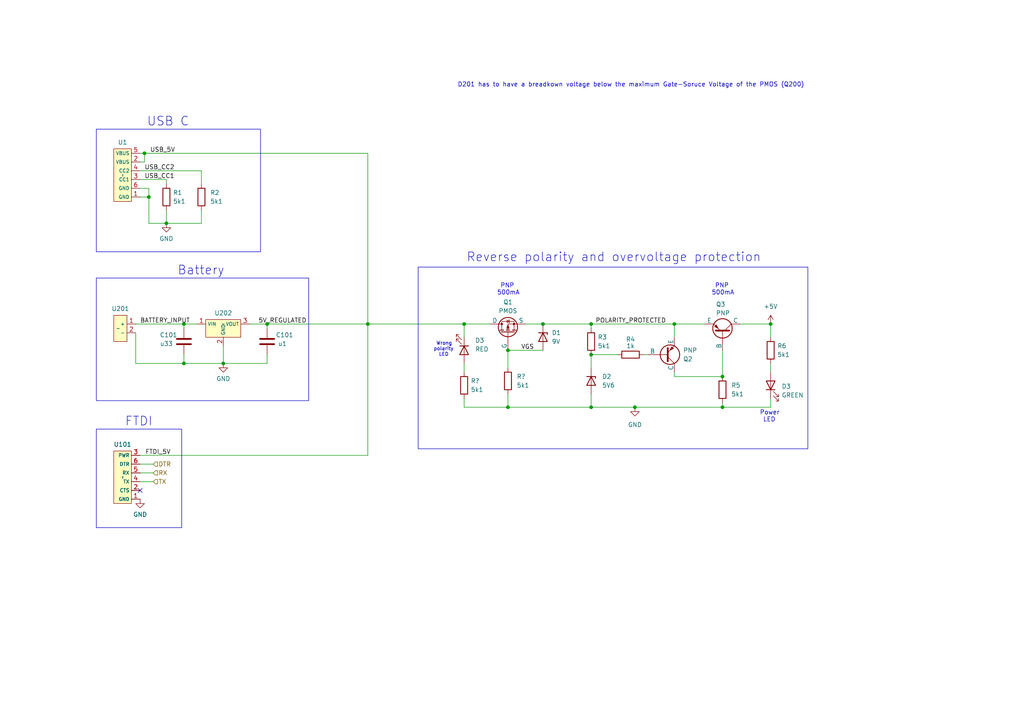
<source format=kicad_sch>
(kicad_sch (version 20230121) (generator eeschema)
  (paper "A4")
  (title_block (title "EEPROM Programer") (date "2024-06-21") (rev "1"))
  (lib_symbols
    (symbol "Device:C" (pin_numbers hide) (pin_names (offset 0.254))
      (property "Reference" "C" (at 0.635 2.54 0))
      (property "Value" "C" (at 0.635 -2.54 0))
      (symbol "C_0_1"
        (polyline (pts (xy -2.032 -0.762) (xy 2.032 -0.762)) (stroke (width 0.508)))
        (polyline (pts (xy -2.032 0.762) (xy 2.032 0.762)) (stroke (width 0.508)))
      )
      (symbol "C_1_1"
        (pin passive line (at 0 3.81 270) (length 2.794) (name "~") (number "1"))
        (pin passive line (at 0 -3.81 90) (length 2.794) (name "~") (number "2"))
      )
    )
    (symbol "Device:D_Zener" (pin_numbers hide) (pin_names (offset 1.016) hide)
      (property "Reference" "D" (at 0 2.54 0))
      (property "Value" "D_Zener" (at 0 -2.54 0))
      (symbol "D_Zener_0_1"
        (polyline (pts (xy 1.27 0) (xy -1.27 0)))
        (polyline (pts (xy -1.27 -1.27) (xy -1.27 1.27) (xy -0.762 1.27)) (stroke (width 0.254)))
        (polyline (pts (xy 1.27 -1.27) (xy 1.27 1.27) (xy -1.27 0) (xy 1.27 -1.27)) (stroke (width 0.254)))
      )
      (symbol "D_Zener_1_1"
        (pin passive line (at -3.81 0 0) (length 2.54) (name "K") (number "1"))
        (pin passive line (at 3.81 0 180) (length 2.54) (name "A") (number "2"))
      )
    )
    (symbol "Device:LED" (pin_numbers hide) (pin_names (offset 1.016) hide)
      (property "Reference" "D" (at 0 2.54 0))
      (property "Value" "LED" (at 0 -2.54 0))
      (symbol "LED_0_1"
        (polyline (pts (xy -1.27 -1.27) (xy -1.27 1.27)) (stroke (width 0.254)))
        (polyline (pts (xy -1.27 0) (xy 1.27 0)))
        (polyline (pts (xy 1.27 -1.27) (xy 1.27 1.27) (xy -1.27 0) (xy 1.27 -1.27)) (stroke (width 0.254)))
        (polyline (pts (xy -3.048 -0.762) (xy -4.572 -2.286) (xy -3.81 -2.286) (xy -4.572 -2.286) (xy -4.572 -1.524)))
        (polyline (pts (xy -1.778 -0.762) (xy -3.302 -2.286) (xy -2.54 -2.286) (xy -3.302 -2.286) (xy -3.302 -1.524)))
      )
      (symbol "LED_1_1"
        (pin passive line (at -3.81 0 0) (length 2.54) (name "K") (number "1"))
        (pin passive line (at 3.81 0 180) (length 2.54) (name "A") (number "2"))
      )
    )
    (symbol "Device:R" (pin_numbers hide) (pin_names (offset 0))
      (property "Reference" "R" (at 2.032 0 90))
      (property "Value" "R" (at 0 0 90))
      (symbol "R_0_1"
        (rectangle (start -1.016 -2.54) (end 1.016 2.54) (stroke (width 0.254)))
      )
      (symbol "R_1_1"
        (pin passive line (at 0 3.81 270) (length 1.27) (name "~") (number "1"))
        (pin passive line (at 0 -3.81 90) (length 1.27) (name "~") (number "2"))
      )
    )
    (symbol "EEPROM_PROGRAMMER:Battery_Connectors"
      (property "Reference" "U" (at 0 5.08 0))
      (symbol "Battery_Connectors_1_1"
        (rectangle (start -2.54 3.81) (end 1.27 -3.81) (fill (type background)))
        (pin output line (at 3.81 1.27 180) (length 2.54) (name "+") (number "1"))
        (pin output line (at 3.81 -1.27 180) (length 2.54) (name "-") (number "2"))
      )
    )
    (symbol "EEPROM_PROGRAMMER:FT232RL"
      (property "Reference" "U" (at 0 3.81 0))
      (symbol "FT232RL_1_1"
        (rectangle (start -7.62 2.54) (end 7.62 -2.54) (fill (type background)))
        (pin input line (at -6.35 -5.08 90) (length 2.54) (name "GND") (number "1"))
        (pin input line (at -3.81 -5.08 90) (length 2.54) (name "CTS") (number "2"))
        (pin input line (at 6.35 -5.08 90) (length 2.54) (name "PWR") (number "3"))
        (pin input line (at -1.27 -5.08 90) (length 2.54) (name "TX") (number "4"))
        (pin input line (at 1.27 -5.08 90) (length 2.54) (name "RX") (number "5"))
        (pin input line (at 3.81 -5.08 90) (length 2.54) (name "DTR") (number "6"))
      )
    )
    (symbol "EEPROM_PROGRAMMER:L7805ABV"
      (property "Reference" "U" (at 0 5.08 0))
      (symbol "L7805ABV_1_1"
        (rectangle (start -5.08 2.54) (end 5.08 -2.54) (fill (type background)))
        (pin input line (at -7.62 1.27 0) (length 2.54) (name "VIN") (number "1"))
        (pin input line (at 0 -5.08 90) (length 2.54) (name "GND") (number "2"))
        (pin output line (at 7.62 1.27 180) (length 2.54) (name "VOUT") (number "3"))
      )
    )
    (symbol "EEPROM_PROGRAMMER:USB_C_6PIN"
      (property "Reference" "U" (at 0 8.89 0))
      (symbol "USB_C_6PIN_1_1"
        (rectangle (start -2.54 -7.62) (end 2.54 7.62) (fill (type background)))
        (pin output line (at 5.08 -6.35 180) (length 2.54) (name "GND") (number "1"))
        (pin output line (at 5.08 3.81 180) (length 2.54) (name "VBUS") (number "2"))
        (pin output line (at 5.08 -1.27 180) (length 2.54) (name "CC1") (number "3"))
        (pin output line (at 5.08 1.27 180) (length 2.54) (name "CC2") (number "4"))
        (pin output line (at 5.08 6.35 180) (length 2.54) (name "VBUS") (number "5"))
        (pin output line (at 5.08 -3.81 180) (length 2.54) (name "GND") (number "6"))
      )
    )
    (symbol "Simulation_SPICE:PMOS" (pin_numbers hide) (pin_names (offset 0))
      (property "Reference" "Q" (at 5.08 1.27 0))
      (property "Value" "PMOS" (at 5.08 -1.27 0))
      (symbol "PMOS_0_1"
        (polyline (pts (xy 0.254 0) (xy -2.54 0)))
        (polyline (pts (xy 0.254 1.905) (xy 0.254 -1.905)) (stroke (width 0.254)))
        (polyline (pts (xy 0.762 -1.27) (xy 0.762 -2.286)) (stroke (width 0.254)))
        (polyline (pts (xy 0.762 0.508) (xy 0.762 -0.508)) (stroke (width 0.254)))
        (polyline (pts (xy 0.762 2.286) (xy 0.762 1.27)) (stroke (width 0.254)))
        (polyline (pts (xy 2.54 2.54) (xy 2.54 1.778)))
        (polyline (pts (xy 2.54 -2.54) (xy 2.54 0) (xy 0.762 0)))
        (polyline (pts (xy 0.762 1.778) (xy 3.302 1.778) (xy 3.302 -1.778) (xy 0.762 -1.778)))
        (polyline (pts (xy 2.286 0) (xy 1.27 0.381) (xy 1.27 -0.381) (xy 2.286 0)) (fill (type outline)))
        (polyline (pts (xy 2.794 -0.508) (xy 2.921 -0.381) (xy 3.683 -0.381) (xy 3.81 -0.254)))
        (polyline (pts (xy 3.302 -0.381) (xy 2.921 0.254) (xy 3.683 0.254) (xy 3.302 -0.381)))
        (circle (center 1.651 0) (radius 2.794) (stroke (width 0.254)))
        (circle (center 2.54 -1.778) (radius 0.254) (fill (type outline)))
        (circle (center 2.54 1.778) (radius 0.254) (fill (type outline)))
      )
      (symbol "PMOS_1_1"
        (pin passive line (at 2.54 5.08 270) (length 2.54) (name "D") (number "1"))
        (pin input line (at -5.08 0 0) (length 2.54) (name "G") (number "2"))
        (pin passive line (at 2.54 -5.08 90) (length 2.54) (name "S") (number "3"))
      )
    )
    (symbol "Simulation_SPICE:PNP" (pin_numbers hide) (pin_names (offset 0))
      (property "Reference" "Q" (at -2.54 7.62 0))
      (property "Value" "PNP" (at -2.54 5.08 0))
      (symbol "PNP_0_1"
        (polyline (pts (xy -2.54 0) (xy 0.635 0)) (stroke (width 0.1524)))
        (polyline (pts (xy 0.635 0.635) (xy 2.54 2.54)))
        (polyline (pts (xy 0.635 -0.635) (xy 2.54 -2.54) (xy 2.54 -2.54)))
        (polyline (pts (xy 0.635 1.905) (xy 0.635 -1.905) (xy 0.635 -1.905)) (stroke (width 0.508)))
        (polyline (pts (xy 2.286 -1.778) (xy 1.778 -2.286) (xy 1.27 -1.27) (xy 2.286 -1.778) (xy 2.286 -1.778)) (fill (type outline)))
        (circle (center 1.27 0) (radius 2.8194) (stroke (width 0.254)))
      )
      (symbol "PNP_1_1"
        (pin open_collector line (at 2.54 5.08 270) (length 2.54) (name "C") (number "1"))
        (pin input line (at -5.08 0 0) (length 2.54) (name "B") (number "2"))
        (pin open_emitter line (at 2.54 -5.08 90) (length 2.54) (name "E") (number "3"))
      )
    )
    (symbol "power:+5V" (power) (pin_names (offset 0))
      (property "Value" "+5V" (at 0 3.556 0))
      (symbol "+5V_0_1"
        (polyline (pts (xy -0.762 1.27) (xy 0 2.54)))
        (polyline (pts (xy 0 0) (xy 0 2.54)))
        (polyline (pts (xy 0 2.54) (xy 0.762 1.27)))
      )
      (symbol "+5V_1_1"
        (pin power_in line (at 0 0 90) (length 0) hide (name "+5V") (number "1"))
      )
    )
    (symbol "power:GND" (power) (pin_names (offset 0))
      (property "Value" "GND" (at 0 -3.81 0))
      (symbol "GND_0_1"
        (polyline (pts (xy 0 0) (xy 0 -1.27) (xy 1.27 -1.27) (xy 0 -2.54) (xy -1.27 -1.27) (xy 0 -1.27)))
      )
      (symbol "GND_1_1"
        (pin power_in line (at 0 0 270) (length 0) hide (name "GND") (number "1"))
      )
    )
  )
  (junction (at 184.15 118.11))
  (junction (at 157.48 93.98))
  (junction (at 171.45 93.98))
  (junction (at 134.62 93.98))
  (junction (at 147.32 101.6))
  (junction (at 171.45 102.87))
  (junction (at 53.34 93.98))
  (junction (at 64.77 105.41))
  (junction (at 147.32 118.11))
  (junction (at 171.45 118.11))
  (junction (at 209.55 118.11))
  (junction (at 53.34 105.41))
  (junction (at 195.58 93.98))
  (junction (at 77.47 93.98))
  (junction (at 41.91 44.45))
  (junction (at 43.18 57.15))
  (junction (at 209.55 109.22))
  (junction (at 48.26 64.77))
  (junction (at 106.68 93.98))
  (junction (at 223.52 93.98))
  (no_connect (at 40.64 142.24))
  (wire (pts (xy 48.26 53.34) (xy 48.26 52.07)))
  (wire (pts (xy 39.37 96.52) (xy 39.37 105.41)))
  (wire (pts (xy 157.48 93.98) (xy 171.45 93.98)))
  (wire (pts (xy 77.47 105.41) (xy 64.77 105.41)))
  (wire (pts (xy 171.45 93.98) (xy 195.58 93.98)))
  (wire (pts (xy 147.32 106.68) (xy 147.32 101.6)))
  (wire (pts (xy 171.45 102.87) (xy 171.45 106.68)))
  (wire (pts (xy 147.32 114.3) (xy 147.32 118.11)))
  (wire (pts (xy 43.18 64.77) (xy 48.26 64.77)))
  (wire (pts (xy 40.64 54.61) (xy 43.18 54.61)))
  (wire (pts (xy 43.18 57.15) (xy 43.18 64.77)))
  (wire (pts (xy 53.34 105.41) (xy 39.37 105.41)))
  (wire (pts (xy 41.91 44.45) (xy 106.68 44.45)))
  (wire (pts (xy 40.64 46.99) (xy 41.91 46.99)))
  (wire (pts (xy 64.77 105.41) (xy 53.34 105.41)))
  (wire (pts (xy 72.39 93.98) (xy 77.47 93.98)))
  (wire (pts (xy 195.58 109.22) (xy 209.55 109.22)))
  (wire (pts (xy 209.55 101.6) (xy 209.55 109.22)))
  (wire (pts (xy 186.69 102.87) (xy 187.96 102.87)))
  (wire (pts (xy 53.34 93.98) (xy 57.15 93.98)))
  (wire (pts (xy 223.52 115.57) (xy 223.52 118.11)))
  (wire (pts (xy 184.15 118.11) (xy 209.55 118.11)))
  (wire (pts (xy 77.47 93.98) (xy 77.47 95.25)))
  (wire (pts (xy 48.26 60.96) (xy 48.26 64.77)))
  (wire (pts (xy 147.32 118.11) (xy 171.45 118.11)))
  (wire (pts (xy 134.62 105.41) (xy 134.62 107.95)))
  (wire (pts (xy 40.64 132.08) (xy 106.68 132.08)))
  (wire (pts (xy 48.26 64.77) (xy 58.42 64.77)))
  (wire (pts (xy 44.45 139.7) (xy 40.64 139.7)))
  (wire (pts (xy 195.58 93.98) (xy 204.47 93.98)))
  (wire (pts (xy 53.34 102.87) (xy 53.34 105.41)))
  (wire (pts (xy 223.52 93.98) (xy 223.52 97.79)))
  (wire (pts (xy 106.68 44.45) (xy 106.68 93.98)))
  (wire (pts (xy 106.68 93.98) (xy 134.62 93.98)))
  (wire (pts (xy 134.62 118.11) (xy 147.32 118.11)))
  (wire (pts (xy 64.77 100.33) (xy 64.77 105.41)))
  (wire (pts (xy 77.47 102.87) (xy 77.47 105.41)))
  (wire (pts (xy 40.64 49.53) (xy 58.42 49.53)))
  (wire (pts (xy 171.45 114.3) (xy 171.45 118.11)))
  (wire (pts (xy 171.45 118.11) (xy 184.15 118.11)))
  (wire (pts (xy 147.32 101.6) (xy 157.48 101.6)))
  (wire (pts (xy 40.64 57.15) (xy 43.18 57.15)))
  (wire (pts (xy 209.55 118.11) (xy 223.52 118.11)))
  (wire (pts (xy 152.4 93.98) (xy 157.48 93.98)))
  (wire (pts (xy 171.45 102.87) (xy 179.07 102.87)))
  (wire (pts (xy 77.47 93.98) (xy 106.68 93.98)))
  (wire (pts (xy 48.26 52.07) (xy 40.64 52.07)))
  (wire (pts (xy 209.55 116.84) (xy 209.55 118.11)))
  (wire (pts (xy 58.42 60.96) (xy 58.42 64.77)))
  (wire (pts (xy 134.62 115.57) (xy 134.62 118.11)))
  (wire (pts (xy 214.63 93.98) (xy 223.52 93.98)))
  (wire (pts (xy 41.91 44.45) (xy 41.91 46.99)))
  (wire (pts (xy 44.45 134.62) (xy 40.64 134.62)))
  (wire (pts (xy 134.62 97.79) (xy 134.62 93.98)))
  (wire (pts (xy 40.64 44.45) (xy 41.91 44.45)))
  (wire (pts (xy 195.58 109.22) (xy 195.58 107.95)))
  (wire (pts (xy 223.52 105.41) (xy 223.52 107.95)))
  (wire (pts (xy 43.18 54.61) (xy 43.18 57.15)))
  (wire (pts (xy 106.68 132.08) (xy 106.68 93.98)))
  (wire (pts (xy 39.37 93.98) (xy 53.34 93.98)))
  (wire (pts (xy 58.42 49.53) (xy 58.42 53.34)))
  (wire (pts (xy 53.34 95.25) (xy 53.34 93.98)))
  (wire (pts (xy 171.45 93.98) (xy 171.45 95.25)))
  (wire (pts (xy 195.58 93.98) (xy 195.58 97.79)))
  (wire (pts (xy 134.62 93.98) (xy 142.24 93.98)))
  (wire (pts (xy 44.45 137.16) (xy 40.64 137.16)))
  (rectangle (start 27.94 124.46) (end 52.705 153.035))
  (rectangle (start 27.94 37.465) (end 75.565 73.025))
  (rectangle (start 27.94 80.645) (end 89.535 116.205))
  (rectangle (start 121.285 77.47) (end 234.315 130.175))
  (text "D201 has to have a breadkown voltage below the maximum Gate-Soruce Voltage of the PMOS (Q200)\n" (at 132.715 25.4 0) (effects (font (size 1.27 1.27)) (justify left bottom)))
  (text " PNP\n500mA" (at 144.145 85.725 0) (effects (font (size 1.27 1.27)) (justify left bottom)))
  (text "Power\n LED" (at 220.345 122.555 0) (effects (font (size 1.27 1.27)) (justify left bottom)))
  (text " Wrong\npolarity\n  LED\n" (at 125.73 103.505 0) (effects (font (size 1 1)) (justify left bottom)))
  (text "Battery\n" (at 51.435 80.01 0) (effects (font (size 2.56 2.56)) (justify left bottom)))
  (text "FTDI" (at 36.195 123.825 0) (effects (font (size 2.56 2.56)) (justify left bottom)))
  (text "Reverse polarity and overvoltage protection" (at 135.255 76.2 0) (effects (font (size 2.56 2.56)) (justify left bottom)))
  (text "USB C" (at 42.545 36.83 0) (effects (font (size 2.56 2.56)) (justify left bottom)))
  (text " PNP\n500mA" (at 206.375 85.725 0) (effects (font (size 1.27 1.27)) (justify left bottom)))
  (label "BATTERY_INPUT" (at 40.64 93.98 0))
  (label "POLARITY_PROTECTED" (at 172.72 93.98 0))
  (label "USB_5V" (at 50.8 44.45 180))
  (label "5V_REGULATED" (at 74.93 93.98 0))
  (label "VGS" (at 151.13 101.6 0))
  (label "USB_CC1" (at 41.91 52.07 0))
  (label "FTDI_5V" (at 49.53 132.08 180))
  (label "USB_CC2" (at 41.91 49.53 0))
  (hierarchical_label "RX" (shape input) (at 44.45 137.16 0))
  (hierarchical_label "TX" (shape input) (at 44.45 139.7 0))
  (hierarchical_label "DTR" (shape input) (at 44.45 134.62 0))
  (symbol (lib_id "Device:LED") (at 134.62 101.6 270) (unit 1)
    (property "Reference" "D3" (at 137.795 98.7425 90) (effects (justify left)))
    (property "Value" "RED" (at 137.795 101.2825 90) (effects (justify left)))
    (property "Footprint" "LED_SMD:LED_0805_2012Metric_Pad1.15x1.40mm_HandSolder" (effects hide))
    (instances (project "board" (path "" (reference "D3") (unit 1)) (path "" (reference "D200") (unit 1))))
  )
  (symbol (lib_id "Simulation_SPICE:PNP") (at 209.55 96.52 270) (mirror x) (unit 1)
    (property "Reference" "Q3" (at 207.645 88.265 90) (effects (justify left)))
    (property "Value" "PNP" (at 207.645 90.805 90) (effects (justify left)))
    (property "Footprint" "Package_TO_SOT_THT:TO-92" (effects hide))
    (property "Sim.Device" "PNP" (effects hide))
    (property "Sim.Type" "GUMMELPOON" (effects hide))
    (property "Sim.Pins" "1=C 2=B 3=E" (effects hide))
    (instances (project "board" (path "" (reference "Q3") (unit 1)) (path "" (reference "Q202") (unit 1))))
  )
  (symbol (lib_id "Device:LED") (at 223.52 111.76 90) (unit 1)
    (property "Reference" "D3" (at 226.695 112.0775 90) (effects (justify right)))
    (property "Value" "GREEN" (at 226.695 114.6175 90) (effects (justify right)))
    (property "Footprint" "LED_SMD:LED_0805_2012Metric_Pad1.15x1.40mm_HandSolder" (effects hide))
    (instances (project "board" (path "" (reference "D3") (unit 1)) (path "" (reference "D203") (unit 1))))
  )
  (symbol (lib_id "Device:R") (at 147.32 110.49 0) (unit 1)
    (property "Reference" "R?" (at 149.86 109.22 0) (effects (justify left)))
    (property "Value" "5k1" (at 149.86 111.76 0) (effects (justify left)))
    (property "Footprint" "Resistor_SMD:R_0805_2012Metric_Pad1.20x1.40mm_HandSolder" (effects hide))
    (instances (project "board" (path "" (reference "R?") (unit 1)) (path "" (reference "R203") (unit 1))))
  )
  (symbol (lib_id "Device:R") (at 209.55 113.03 0) (unit 1)
    (property "Reference" "R5" (at 212.09 111.76 0) (effects (justify left)))
    (property "Value" "5k1" (at 212.09 114.3 0) (effects (justify left)))
    (property "Footprint" "Resistor_SMD:R_0805_2012Metric_Pad1.20x1.40mm_HandSolder" (effects hide))
    (instances (project "board" (path "" (reference "R5") (unit 1)) (path "" (reference "R206") (unit 1))))
  )
  (symbol (lib_id "Device:R") (at 134.62 111.76 0) (unit 1)
    (property "Reference" "R?" (at 136.525 110.49 0) (effects (justify left)))
    (property "Value" "5k1" (at 136.525 113.03 0) (effects (justify left)))
    (property "Footprint" "Resistor_SMD:R_0805_2012Metric_Pad1.20x1.40mm_HandSolder" (effects hide))
    (instances (project "board" (path "" (reference "R?") (unit 1)) (path "" (reference "R202") (unit 1))))
  )
  (symbol (lib_id "Device:R") (at 182.88 102.87 90) (unit 1)
    (property "Reference" "R4" (at 182.88 98.425 90))
    (property "Value" "1k" (at 182.88 100.33 90))
    (property "Footprint" "Resistor_SMD:R_0805_2012Metric_Pad1.20x1.40mm_HandSolder" (effects hide))
    (instances (project "board" (path "" (reference "R4") (unit 1)) (path "" (reference "R205") (unit 1))))
  )
  (symbol (lib_id "power:GND") (at 64.77 105.41 0) (unit 1)
    (property "Reference" "#PWR01" (effects hide))
    (property "Value" "GND" (at 64.77 109.855 0))
  )
  (symbol (lib_id "Simulation_SPICE:PMOS") (at 147.32 96.52 90) (unit 1)
    (property "Reference" "Q1" (at 147.32 87.63 90))
    (property "Value" "PMOS" (at 147.32 90.17 90))
    (property "Datasheet" "https://ngspice.sourceforge.io/docs/ngspice-manual.pdf" (effects hide))
    (property "Sim.Device" "PMOS" (effects hide))
    (property "Sim.Type" "VDMOS" (effects hide))
    (property "Sim.Pins" "1=D 2=G 3=S" (effects hide))
    (instances (project "board" (path "" (reference "Q1") (unit 1)) (path "" (reference "Q200") (unit 1))))
  )
  (symbol (lib_id "Device:R") (at 58.42 57.15 0) (unit 1)
    (property "Reference" "R2" (at 60.96 55.88 0) (effects (justify left)))
    (property "Value" "5k1" (at 60.96 58.42 0) (effects (justify left)))
    (property "Footprint" "Resistor_SMD:R_0805_2012Metric_Pad1.20x1.40mm_HandSolder" (effects hide))
    (instances (project "board" (path "" (reference "R2") (unit 1)) (path "" (reference "R201") (unit 1))))
  )
  (symbol (lib_id "Device:C") (at 53.34 99.06 180) (unit 1)
    (property "Reference" "C101" (at 48.895 97.155 0))
    (property "Value" "u33" (at 48.26 99.695 0))
    (property "Footprint" "Capacitor_SMD:C_0805_2012Metric_Pad1.18x1.45mm_HandSolder" (effects hide))
    (instances (project "board" (path "" (reference "C101") (unit 1)) (path "" (reference "C200") (unit 1))))
  )
  (symbol (lib_id "power:GND") (at 184.15 118.11 0) (unit 1)
    (property "Reference" "#PWR013" (effects hide))
    (property "Value" "GND" (at 184.15 123.19 0))
    (instances (project "board" (path "" (reference "#PWR013") (unit 1)) (path "" (reference "#PWR011") (unit 1))))
  )
  (symbol (lib_id "Device:D_Zener") (at 157.48 97.79 270) (unit 1)
    (property "Reference" "D1" (at 160.02 96.52 90) (effects (justify left)))
    (property "Value" "9V" (at 160.02 99.06 90) (effects (justify left)))
    (property "Footprint" "Package_TO_SOT_SMD:SOT-23" (effects hide))
    (instances (project "board" (path "" (reference "D1") (unit 1)) (path "" (reference "D201") (unit 1))))
  )
  (symbol (lib_id "power:GND") (at 48.26 64.77 0) (unit 1)
    (property "Reference" "#PWR013" (effects hide))
    (property "Value" "GND" (at 48.26 69.215 0))
  )
  (symbol (lib_id "EEPROM_PROGRAMMER:FT232RL") (at 35.56 138.43 90) (unit 1)
    (property "Reference" "U101" (at 35.56 128.905 90))
    (property "Value" "~" (at 35.56 138.43 0))
    (property "Datasheet" "https://www.electrokit.com/upload/product/12201/12201001/FTDI_Basic-v21-5V.pdf" (effects hide))
    (instances (project "board" (path "" (reference "U101") (unit 1)) (path "" (reference "U202") (unit 1))))
  )
  (symbol (lib_id "EEPROM_PROGRAMMER:L7805ABV") (at 64.77 95.25 0) (unit 1)
    (property "Reference" "U202" (at 64.77 90.805 0))
    (property "Value" "~" (at 64.77 93.98 0))
  )
  (symbol (lib_id "Simulation_SPICE:PNP") (at 193.04 102.87 0) (mirror x) (unit 1)
    (property "Reference" "Q2" (at 198.12 104.14 0) (effects (justify left)))
    (property "Value" "PNP" (at 198.12 101.6 0) (effects (justify left)))
    (property "Footprint" "Package_TO_SOT_SMD:SOT-23" (effects hide))
    (property "Sim.Device" "PNP" (effects hide))
    (property "Sim.Type" "GUMMELPOON" (effects hide))
    (property "Sim.Pins" "1=C 2=B 3=E" (effects hide))
    (instances (project "board" (path "" (reference "Q2") (unit 1)) (path "" (reference "Q201") (unit 1))))
  )
  (symbol (lib_id "EEPROM_PROGRAMMER:USB_C_6PIN") (at 35.56 50.8 0) (unit 1)
    (property "Reference" "U1" (at 35.56 41.275 0))
    (property "Value" "~" (at 35.56 50.8 90))
    (instances (project "board" (path "" (reference "U1") (unit 1)) (path "" (reference "U200") (unit 1))))
  )
  (symbol (lib_id "Device:C") (at 77.47 99.06 180) (unit 1)
    (property "Reference" "C101" (at 82.55 97.155 0))
    (property "Value" "u1" (at 81.915 99.695 0))
    (property "Footprint" "Capacitor_SMD:C_0805_2012Metric_Pad1.18x1.45mm_HandSolder" (effects hide))
    (instances (project "board" (path "" (reference "C101") (unit 1)) (path "" (reference "C201") (unit 1))))
  )
  (symbol (lib_id "Device:R") (at 171.45 99.06 0) (unit 1)
    (property "Reference" "R3" (at 173.355 97.79 0) (effects (justify left)))
    (property "Value" "5k1" (at 173.355 100.33 0) (effects (justify left)))
    (property "Footprint" "Resistor_SMD:R_0805_2012Metric_Pad1.20x1.40mm_HandSolder" (effects hide))
    (instances (project "board" (path "" (reference "R3") (unit 1)) (path "" (reference "R204") (unit 1))))
  )
  (symbol (lib_id "Device:R") (at 223.52 101.6 0) (unit 1)
    (property "Reference" "R6" (at 225.425 100.33 0) (effects (justify left)))
    (property "Value" "5k1" (at 225.425 102.87 0) (effects (justify left)))
    (property "Footprint" "Resistor_SMD:R_0805_2012Metric_Pad1.20x1.40mm_HandSolder" (effects hide))
    (instances (project "board" (path "" (reference "R6") (unit 1)) (path "" (reference "R207") (unit 1))))
  )
  (symbol (lib_id "EEPROM_PROGRAMMER:Battery_Connectors") (at 35.56 95.25 0) (unit 1)
    (property "Reference" "U201" (at 34.925 89.535 0))
    (property "Value" "~" (at 34.29 95.25 0))
  )
  (symbol (lib_id "power:GND") (at 40.64 144.78 0) (unit 1)
    (property "Reference" "#PWR04" (effects hide))
    (property "Value" "GND" (at 40.64 149.225 0))
  )
  (symbol (lib_id "Device:D_Zener") (at 171.45 110.49 270) (unit 1)
    (property "Reference" "D2" (at 174.625 109.22 90) (effects (justify left)))
    (property "Value" "5V6" (at 174.625 111.76 90) (effects (justify left)))
    (property "Footprint" "Package_TO_SOT_SMD:SOT-23" (effects hide))
    (instances (project "board" (path "" (reference "D2") (unit 1)) (path "" (reference "D202") (unit 1))))
  )
  (symbol (lib_id "power:+5V") (at 223.52 93.98 0) (unit 1)
    (property "Reference" "#PWR011" (effects hide))
    (property "Value" "+5V" (at 223.52 88.9 0))
    (instances (project "board" (path "" (reference "#PWR011") (unit 1)) (path "" (reference "#PWR012") (unit 1))))
  )
  (symbol (lib_id "Device:R") (at 48.26 57.15 0) (unit 1)
    (property "Reference" "R1" (at 50.165 55.88 0) (effects (justify left)))
    (property "Value" "5k1" (at 50.165 58.42 0) (effects (justify left)))
    (property "Footprint" "Resistor_SMD:R_0805_2012Metric_Pad1.20x1.40mm_HandSolder" (effects hide))
    (instances (project "board" (path "" (reference "R1") (unit 1)) (path "" (reference "R200") (unit 1))))
  )
)
</source>
